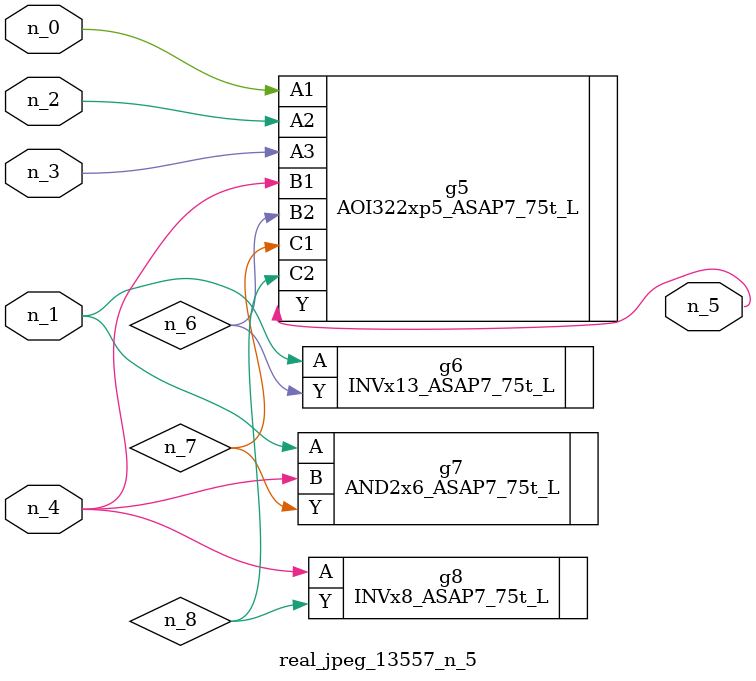
<source format=v>
module real_jpeg_13557_n_5 (n_4, n_0, n_1, n_2, n_3, n_5);

input n_4;
input n_0;
input n_1;
input n_2;
input n_3;

output n_5;

wire n_8;
wire n_6;
wire n_7;

AOI322xp5_ASAP7_75t_L g5 ( 
.A1(n_0),
.A2(n_2),
.A3(n_3),
.B1(n_4),
.B2(n_6),
.C1(n_7),
.C2(n_8),
.Y(n_5)
);

INVx13_ASAP7_75t_L g6 ( 
.A(n_1),
.Y(n_6)
);

AND2x6_ASAP7_75t_L g7 ( 
.A(n_1),
.B(n_4),
.Y(n_7)
);

INVx8_ASAP7_75t_L g8 ( 
.A(n_4),
.Y(n_8)
);


endmodule
</source>
